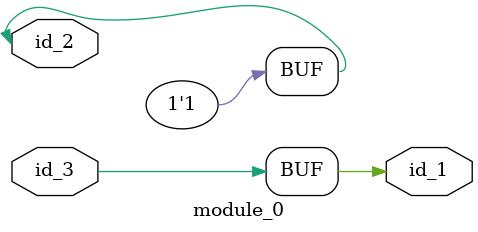
<source format=v>
module module_0 (
    id_1,
    id_2,
    id_3
);
  input id_3;
  inout id_2;
  output id_1;
  initial begin
    id_2 <= 1;
    id_1 <= id_3;
  end
endmodule

</source>
